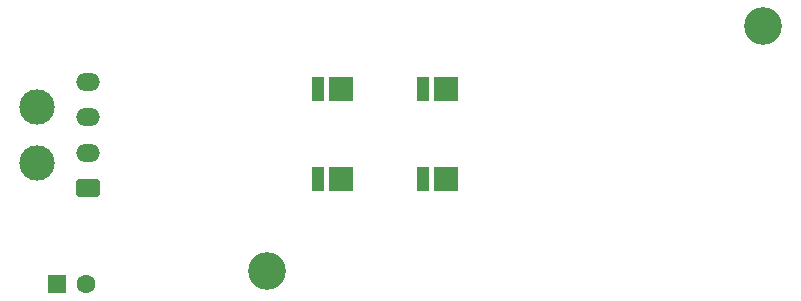
<source format=gbs>
%TF.GenerationSoftware,KiCad,Pcbnew,(6.0.5)*%
%TF.CreationDate,2022-06-15T13:59:35+01:00*%
%TF.ProjectId,tsal,7473616c-2e6b-4696-9361-645f70636258,rev?*%
%TF.SameCoordinates,Original*%
%TF.FileFunction,Soldermask,Bot*%
%TF.FilePolarity,Negative*%
%FSLAX46Y46*%
G04 Gerber Fmt 4.6, Leading zero omitted, Abs format (unit mm)*
G04 Created by KiCad (PCBNEW (6.0.5)) date 2022-06-15 13:59:35*
%MOMM*%
%LPD*%
G01*
G04 APERTURE LIST*
G04 Aperture macros list*
%AMRoundRect*
0 Rectangle with rounded corners*
0 $1 Rounding radius*
0 $2 $3 $4 $5 $6 $7 $8 $9 X,Y pos of 4 corners*
0 Add a 4 corners polygon primitive as box body*
4,1,4,$2,$3,$4,$5,$6,$7,$8,$9,$2,$3,0*
0 Add four circle primitives for the rounded corners*
1,1,$1+$1,$2,$3*
1,1,$1+$1,$4,$5*
1,1,$1+$1,$6,$7*
1,1,$1+$1,$8,$9*
0 Add four rect primitives between the rounded corners*
20,1,$1+$1,$2,$3,$4,$5,0*
20,1,$1+$1,$4,$5,$6,$7,0*
20,1,$1+$1,$6,$7,$8,$9,0*
20,1,$1+$1,$8,$9,$2,$3,0*%
G04 Aperture macros list end*
%ADD10C,3.200000*%
%ADD11C,3.000000*%
%ADD12RoundRect,0.250001X0.759999X-0.499999X0.759999X0.499999X-0.759999X0.499999X-0.759999X-0.499999X0*%
%ADD13O,2.020000X1.500000*%
%ADD14R,1.600000X1.600000*%
%ADD15C,1.600000*%
%ADD16R,1.000000X2.100000*%
%ADD17R,2.100000X2.100000*%
G04 APERTURE END LIST*
D10*
%TO.C,REF\u002A\u002A*%
X125250000Y-128000000D03*
%TD*%
%TO.C,REF\u002A\u002A*%
X83250000Y-148750000D03*
%TD*%
D11*
%TO.C,J1*%
X63785000Y-134865000D03*
X63785000Y-139565000D03*
D12*
X68105000Y-141715000D03*
D13*
X68105000Y-138715000D03*
X68105000Y-135715000D03*
X68105000Y-132715000D03*
%TD*%
D14*
%TO.C,C1*%
X65492621Y-149860000D03*
D15*
X67992621Y-149860000D03*
%TD*%
D16*
%TO.C,D1*%
X96455000Y-133350000D03*
D17*
X98405000Y-133350000D03*
%TD*%
D16*
%TO.C,D8*%
X96455000Y-140970000D03*
D17*
X98405000Y-140970000D03*
%TD*%
D16*
%TO.C,D4*%
X87565000Y-140970000D03*
D17*
X89515000Y-140970000D03*
%TD*%
D16*
%TO.C,D7*%
X87565000Y-133350000D03*
D17*
X89515000Y-133350000D03*
%TD*%
M02*

</source>
